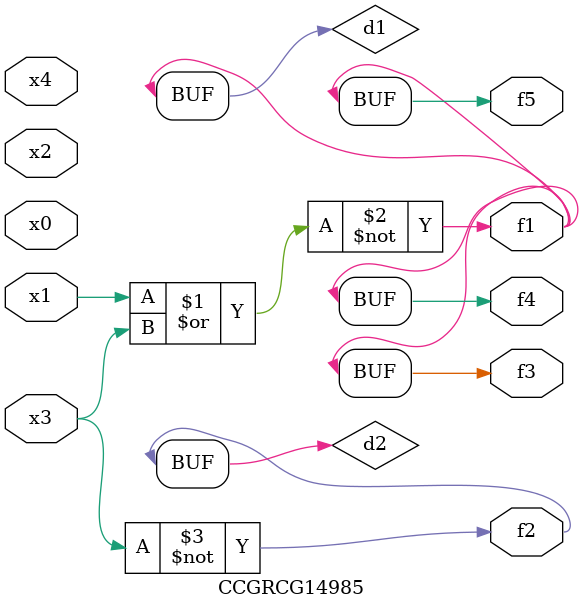
<source format=v>
module CCGRCG14985(
	input x0, x1, x2, x3, x4,
	output f1, f2, f3, f4, f5
);

	wire d1, d2;

	nor (d1, x1, x3);
	not (d2, x3);
	assign f1 = d1;
	assign f2 = d2;
	assign f3 = d1;
	assign f4 = d1;
	assign f5 = d1;
endmodule

</source>
